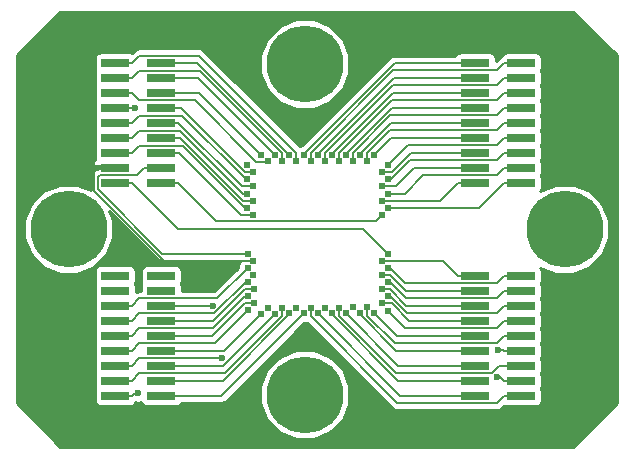
<source format=gbr>
G04 #@! TF.FileFunction,Copper,L1,Top,Signal*
%FSLAX46Y46*%
G04 Gerber Fmt 4.6, Leading zero omitted, Abs format (unit mm)*
G04 Created by KiCad (PCBNEW 4.0.5) date Monday, February 26, 2018 'PMt' 04:09:36 PM*
%MOMM*%
%LPD*%
G01*
G04 APERTURE LIST*
%ADD10C,0.100000*%
%ADD11R,2.400000X0.760000*%
%ADD12C,0.606000*%
%ADD13C,6.500000*%
%ADD14C,0.600000*%
%ADD15C,0.160000*%
%ADD16C,0.254000*%
G04 APERTURE END LIST*
D10*
D11*
X137840000Y-101080000D03*
X133940000Y-101080000D03*
X137840000Y-99810000D03*
X133940000Y-99810000D03*
X137840000Y-98540000D03*
X133940000Y-98540000D03*
X137840000Y-97270000D03*
X133940000Y-97270000D03*
X137840000Y-96000000D03*
X133940000Y-96000000D03*
X137840000Y-94730000D03*
X133940000Y-94730000D03*
X137840000Y-93460000D03*
X133940000Y-93460000D03*
X137840000Y-92190000D03*
X133940000Y-92190000D03*
X137840000Y-90920000D03*
X133940000Y-90920000D03*
X164420000Y-90920000D03*
X168320000Y-90920000D03*
X164420000Y-92190000D03*
X168320000Y-92190000D03*
X164420000Y-93460000D03*
X168320000Y-93460000D03*
X164420000Y-94730000D03*
X168320000Y-94730000D03*
X164420000Y-96000000D03*
X168320000Y-96000000D03*
X164420000Y-97270000D03*
X168320000Y-97270000D03*
X164420000Y-98540000D03*
X168320000Y-98540000D03*
X164420000Y-99810000D03*
X168320000Y-99810000D03*
X164420000Y-101080000D03*
X168320000Y-101080000D03*
D12*
X145640000Y-103780000D03*
X145140000Y-103180000D03*
X145640000Y-102580000D03*
X145140000Y-101980000D03*
X145630000Y-101380000D03*
X145130000Y-100780000D03*
X145630000Y-100180000D03*
X145130000Y-99580000D03*
X157050000Y-111880000D03*
X156550000Y-111280000D03*
X157050000Y-110680000D03*
X156550000Y-110080000D03*
X157040000Y-109480000D03*
X156540000Y-108880000D03*
X157040000Y-108280000D03*
X156540000Y-107680000D03*
X157030000Y-107080000D03*
X145176001Y-111878727D03*
X145666001Y-111278727D03*
X145166001Y-110678727D03*
X145666001Y-110078727D03*
X145166001Y-109478727D03*
X145656001Y-108878727D03*
X145156001Y-108278727D03*
X145656001Y-107678727D03*
X145156001Y-107078727D03*
X146300000Y-112140000D03*
X146900000Y-111640000D03*
X147500000Y-112140000D03*
X148100000Y-111640000D03*
X148700000Y-112130000D03*
X149300000Y-111630000D03*
X149900000Y-112130000D03*
X150500000Y-111630000D03*
X155900000Y-112110000D03*
X155300000Y-111620000D03*
X154700000Y-112120000D03*
X154100000Y-111620000D03*
X153500000Y-112120000D03*
X152900000Y-111630000D03*
X152300000Y-112130000D03*
X151700000Y-111630000D03*
X151100000Y-112130000D03*
X155900000Y-98710000D03*
X155300000Y-99210000D03*
X154700000Y-98710000D03*
X154100000Y-99210000D03*
X153500000Y-98720000D03*
X152900000Y-99220000D03*
X152300000Y-98720000D03*
X151700000Y-99220000D03*
X151100000Y-98720000D03*
X150500000Y-99220000D03*
X149900000Y-98720000D03*
X149300000Y-99220000D03*
X148700000Y-98730000D03*
X148100000Y-99230000D03*
X147500000Y-98730000D03*
X146900000Y-99230000D03*
X146300000Y-98740000D03*
X157050000Y-99580000D03*
X156560000Y-100180000D03*
X157060000Y-100780000D03*
X156560000Y-101380000D03*
X157060000Y-101980000D03*
X156570000Y-102580000D03*
X157070000Y-103180000D03*
X156570000Y-103780000D03*
D11*
X164420000Y-108920000D03*
X168320000Y-108920000D03*
X164420000Y-110190000D03*
X168320000Y-110190000D03*
X164420000Y-111460000D03*
X168320000Y-111460000D03*
X164420000Y-112730000D03*
X168320000Y-112730000D03*
X164420000Y-114000000D03*
X168320000Y-114000000D03*
X164420000Y-115270000D03*
X168320000Y-115270000D03*
X164420000Y-116540000D03*
X168320000Y-116540000D03*
X164420000Y-117810000D03*
X168320000Y-117810000D03*
X164420000Y-119080000D03*
X168320000Y-119080000D03*
X137840000Y-119080000D03*
X133940000Y-119080000D03*
X137840000Y-117810000D03*
X133940000Y-117810000D03*
X137840000Y-116540000D03*
X133940000Y-116540000D03*
X137840000Y-115270000D03*
X133940000Y-115270000D03*
X137840000Y-114000000D03*
X133940000Y-114000000D03*
X137840000Y-112730000D03*
X133940000Y-112730000D03*
X137840000Y-111460000D03*
X133940000Y-111460000D03*
X137840000Y-110190000D03*
X133940000Y-110190000D03*
X137840000Y-108920000D03*
X133940000Y-108920000D03*
D13*
X150000000Y-91000000D03*
X150000000Y-119000000D03*
X172000000Y-105000000D03*
X130000000Y-105000000D03*
D14*
X134000000Y-106000000D03*
X136000000Y-107000000D03*
X141000000Y-109000000D03*
X143000000Y-108000000D03*
X126000000Y-109000000D03*
X128000000Y-109000000D03*
X131000000Y-109000000D03*
X131000000Y-111000000D03*
X129000000Y-111000000D03*
X127000000Y-111000000D03*
X127000000Y-113000000D03*
X129000000Y-113000000D03*
X131000000Y-113000000D03*
X131000000Y-115000000D03*
X129000000Y-115000000D03*
X127000000Y-115000000D03*
X127000000Y-117000000D03*
X129000000Y-117000000D03*
X131000000Y-117000000D03*
X131000000Y-119000000D03*
X129000000Y-119000000D03*
X127000000Y-119000000D03*
X129000000Y-121000000D03*
X131000000Y-123000000D03*
X131000000Y-121000000D03*
X133000000Y-121000000D03*
X133000000Y-123000000D03*
X135000000Y-123000000D03*
X135000000Y-121000000D03*
X137000000Y-121000000D03*
X137000000Y-123000000D03*
X139000000Y-123000000D03*
X139000000Y-121000000D03*
X141000000Y-121000000D03*
X141000000Y-123000000D03*
X143000000Y-123000000D03*
X143000000Y-121000000D03*
X145000000Y-121000000D03*
X145000000Y-123000000D03*
X147000000Y-123000000D03*
X149000000Y-123000000D03*
X151000000Y-123000000D03*
X156000000Y-120000000D03*
X154000000Y-122000000D03*
X156000000Y-122000000D03*
X158000000Y-122000000D03*
X160000000Y-122000000D03*
X162000000Y-122000000D03*
X164000000Y-122000000D03*
X166000000Y-122000000D03*
X168000000Y-122000000D03*
X170000000Y-122000000D03*
X172000000Y-122000000D03*
X174000000Y-120000000D03*
X172000000Y-120000000D03*
X172000000Y-118000000D03*
X174000000Y-118000000D03*
X174000000Y-116000000D03*
X172000000Y-116000000D03*
X172000000Y-114000000D03*
X174000000Y-114000000D03*
X174000000Y-112000000D03*
X172000000Y-112000000D03*
X172000000Y-110000000D03*
X174000000Y-110000000D03*
X176000000Y-108000000D03*
X176000000Y-106000000D03*
X176000000Y-104000000D03*
X176000000Y-102000000D03*
X175000000Y-100000000D03*
X173000000Y-100000000D03*
X171000000Y-100000000D03*
X171000000Y-98000000D03*
X173000000Y-98000000D03*
X175000000Y-98000000D03*
X175000000Y-96000000D03*
X173000000Y-96000000D03*
X171000000Y-96000000D03*
X171000000Y-94000000D03*
X173000000Y-94000000D03*
X175000000Y-94000000D03*
X175000000Y-92000000D03*
X173000000Y-92000000D03*
X171000000Y-92000000D03*
X171000000Y-90000000D03*
X173000000Y-90000000D03*
X173000000Y-88000000D03*
X171000000Y-88000000D03*
X169000000Y-88000000D03*
X167000000Y-88000000D03*
X165000000Y-88000000D03*
X163000000Y-88000000D03*
X161000000Y-88000000D03*
X159000000Y-88000000D03*
X157000000Y-90000000D03*
X157000000Y-88000000D03*
X155000000Y-88000000D03*
X155000000Y-90000000D03*
X155000000Y-92000000D03*
X153000000Y-94000000D03*
X151000000Y-96000000D03*
X149000000Y-96000000D03*
X147000000Y-94000000D03*
X145000000Y-92000000D03*
X145000000Y-90000000D03*
X145000000Y-88000000D03*
X143000000Y-88000000D03*
X141000000Y-88000000D03*
X139000000Y-88000000D03*
X137000000Y-88000000D03*
X135000000Y-88000000D03*
X133000000Y-88000000D03*
X131000000Y-88000000D03*
X129000000Y-90000000D03*
X131000000Y-90000000D03*
X131000000Y-92000000D03*
X129000000Y-92000000D03*
X127000000Y-92000000D03*
X127000000Y-94000000D03*
X129000000Y-94000000D03*
X131000000Y-94000000D03*
X131000000Y-96000000D03*
X129000000Y-96000000D03*
X127000000Y-96000000D03*
X127000000Y-98000000D03*
X127000000Y-100000000D03*
X129000000Y-100000000D03*
X129000000Y-98000000D03*
X131000000Y-98000000D03*
X131000000Y-100000000D03*
X135605600Y-94730000D03*
X166370000Y-115260700D03*
X166296500Y-117478800D03*
X135890000Y-118841500D03*
X142953100Y-115919700D03*
X142239400Y-111460000D03*
D15*
X136000000Y-107000000D02*
X135000000Y-106000000D01*
X135000000Y-106000000D02*
X134000000Y-106000000D01*
X143000000Y-108000000D02*
X142000000Y-109000000D01*
X142000000Y-109000000D02*
X141000000Y-109000000D01*
X131000000Y-109000000D02*
X128000000Y-109000000D01*
X129000000Y-111000000D02*
X131000000Y-111000000D01*
X127000000Y-113000000D02*
X127000000Y-111000000D01*
X131000000Y-113000000D02*
X129000000Y-113000000D01*
X129000000Y-115000000D02*
X131000000Y-115000000D01*
X127000000Y-117000000D02*
X127000000Y-115000000D01*
X131000000Y-117000000D02*
X129000000Y-117000000D01*
X129000000Y-119000000D02*
X131000000Y-119000000D01*
X129000000Y-121000000D02*
X127000000Y-119000000D01*
X131000000Y-121000000D02*
X131000000Y-123000000D01*
X133000000Y-123000000D02*
X133000000Y-121000000D01*
X135000000Y-121000000D02*
X135000000Y-123000000D01*
X137000000Y-123000000D02*
X137000000Y-121000000D01*
X139000000Y-121000000D02*
X139000000Y-123000000D01*
X141000000Y-123000000D02*
X141000000Y-121000000D01*
X143000000Y-121000000D02*
X143000000Y-123000000D01*
X145000000Y-123000000D02*
X145000000Y-121000000D01*
X149000000Y-123000000D02*
X147000000Y-123000000D01*
X156000000Y-120000000D02*
X153000000Y-123000000D01*
X153000000Y-123000000D02*
X151000000Y-123000000D01*
X156000000Y-122000000D02*
X154000000Y-122000000D01*
X160000000Y-122000000D02*
X158000000Y-122000000D01*
X164000000Y-122000000D02*
X162000000Y-122000000D01*
X168000000Y-122000000D02*
X166000000Y-122000000D01*
X172000000Y-122000000D02*
X170000000Y-122000000D01*
X172000000Y-120000000D02*
X174000000Y-120000000D01*
X174000000Y-118000000D02*
X172000000Y-118000000D01*
X172000000Y-116000000D02*
X174000000Y-116000000D01*
X174000000Y-114000000D02*
X172000000Y-114000000D01*
X172000000Y-112000000D02*
X174000000Y-112000000D01*
X174000000Y-110000000D02*
X172000000Y-110000000D01*
X176000000Y-106000000D02*
X176000000Y-108000000D01*
X176000000Y-102000000D02*
X176000000Y-104000000D01*
X173000000Y-100000000D02*
X175000000Y-100000000D01*
X171000000Y-98000000D02*
X171000000Y-100000000D01*
X175000000Y-98000000D02*
X173000000Y-98000000D01*
X173000000Y-96000000D02*
X175000000Y-96000000D01*
X171000000Y-94000000D02*
X171000000Y-96000000D01*
X175000000Y-94000000D02*
X173000000Y-94000000D01*
X173000000Y-92000000D02*
X175000000Y-92000000D01*
X171000000Y-90000000D02*
X171000000Y-92000000D01*
X173000000Y-88000000D02*
X173000000Y-90000000D01*
X169000000Y-88000000D02*
X171000000Y-88000000D01*
X165000000Y-88000000D02*
X167000000Y-88000000D01*
X161000000Y-88000000D02*
X163000000Y-88000000D01*
X157000000Y-90000000D02*
X159000000Y-88000000D01*
X155000000Y-88000000D02*
X157000000Y-88000000D01*
X155000000Y-92000000D02*
X155000000Y-90000000D01*
X151000000Y-96000000D02*
X153000000Y-94000000D01*
X147000000Y-94000000D02*
X149000000Y-96000000D01*
X145000000Y-90000000D02*
X145000000Y-92000000D01*
X143000000Y-88000000D02*
X145000000Y-88000000D01*
X139000000Y-88000000D02*
X141000000Y-88000000D01*
X135000000Y-88000000D02*
X137000000Y-88000000D01*
X131000000Y-88000000D02*
X133000000Y-88000000D01*
X131000000Y-90000000D02*
X129000000Y-90000000D01*
X129000000Y-92000000D02*
X131000000Y-92000000D01*
X127000000Y-94000000D02*
X127000000Y-92000000D01*
X131000000Y-94000000D02*
X129000000Y-94000000D01*
X129000000Y-96000000D02*
X131000000Y-96000000D01*
X127000000Y-98000000D02*
X127000000Y-96000000D01*
X129000000Y-100000000D02*
X127000000Y-100000000D01*
X131000000Y-98000000D02*
X129000000Y-98000000D01*
X133940000Y-99810000D02*
X131190000Y-99810000D01*
X131190000Y-99810000D02*
X131000000Y-100000000D01*
X133940000Y-99810000D02*
X132499700Y-99810000D01*
X138098100Y-107678700D02*
X145656000Y-107678700D01*
X132179400Y-101760000D02*
X138098100Y-107678700D01*
X132179400Y-100130300D02*
X132179400Y-101760000D01*
X132499700Y-99810000D02*
X132179400Y-100130300D01*
X142526100Y-104325800D02*
X139280300Y-101080000D01*
X156024200Y-104325800D02*
X142526100Y-104325800D01*
X156570000Y-103780000D02*
X156024200Y-104325800D01*
X137840000Y-101080000D02*
X139280300Y-101080000D01*
X133940000Y-101080000D02*
X135380300Y-101080000D01*
X139279500Y-104979200D02*
X135380300Y-101080000D01*
X154929200Y-104979200D02*
X139279500Y-104979200D01*
X157030000Y-107080000D02*
X154929200Y-104979200D01*
X137951000Y-107078700D02*
X145156000Y-107078700D01*
X132499700Y-101627400D02*
X137951000Y-107078700D01*
X132499700Y-100592800D02*
X132499700Y-101627400D01*
X132662200Y-100430300D02*
X132499700Y-100592800D01*
X135779400Y-100430300D02*
X132662200Y-100430300D01*
X136399700Y-99810000D02*
X135779400Y-100430300D01*
X137840000Y-99810000D02*
X136399700Y-99810000D01*
X139349400Y-98540000D02*
X137840000Y-98540000D01*
X144589400Y-103780000D02*
X139349400Y-98540000D01*
X145640000Y-103780000D02*
X144589400Y-103780000D01*
X136000600Y-97919700D02*
X135380300Y-98540000D01*
X139674000Y-97919700D02*
X136000600Y-97919700D01*
X144934300Y-103180000D02*
X139674000Y-97919700D01*
X145140000Y-103180000D02*
X144934300Y-103180000D01*
X133940000Y-98540000D02*
X135380300Y-98540000D01*
X139477400Y-97270000D02*
X137840000Y-97270000D01*
X144787400Y-102580000D02*
X139477400Y-97270000D01*
X145640000Y-102580000D02*
X144787400Y-102580000D01*
X136000600Y-96649700D02*
X135380300Y-97270000D01*
X139476900Y-96649700D02*
X136000600Y-96649700D01*
X144807200Y-101980000D02*
X139476900Y-96649700D01*
X145140000Y-101980000D02*
X144807200Y-101980000D01*
X133940000Y-97270000D02*
X135380300Y-97270000D01*
X144660300Y-101380000D02*
X139280300Y-96000000D01*
X145630000Y-101380000D02*
X144660300Y-101380000D01*
X137840000Y-96000000D02*
X139280300Y-96000000D01*
X133940000Y-96000000D02*
X135380300Y-96000000D01*
X144994500Y-100780000D02*
X145130000Y-100780000D01*
X139594200Y-95379700D02*
X144994500Y-100780000D01*
X136000600Y-95379700D02*
X139594200Y-95379700D01*
X135380300Y-96000000D02*
X136000600Y-95379700D01*
X139484600Y-94730000D02*
X137840000Y-94730000D01*
X144934600Y-100180000D02*
X139484600Y-94730000D01*
X145630000Y-100180000D02*
X144934600Y-100180000D01*
X133940000Y-94730000D02*
X135380300Y-94730000D01*
X135380300Y-94730000D02*
X135605600Y-94730000D01*
X141020000Y-93460000D02*
X146300000Y-98740000D01*
X137840000Y-93460000D02*
X141020000Y-93460000D01*
X136000600Y-94080300D02*
X135380300Y-93460000D01*
X140683900Y-94080300D02*
X136000600Y-94080300D01*
X145891800Y-99288200D02*
X140683900Y-94080300D01*
X146841800Y-99288200D02*
X145891800Y-99288200D01*
X146900000Y-99230000D02*
X146841800Y-99288200D01*
X133940000Y-93460000D02*
X135380300Y-93460000D01*
X140960000Y-92190000D02*
X147500000Y-98730000D01*
X137840000Y-92190000D02*
X140960000Y-92190000D01*
X136000600Y-91569700D02*
X135380300Y-92190000D01*
X141113500Y-91569700D02*
X136000600Y-91569700D01*
X148100000Y-98556200D02*
X141113500Y-91569700D01*
X148100000Y-99230000D02*
X148100000Y-98556200D01*
X133940000Y-92190000D02*
X135380300Y-92190000D01*
X140917000Y-90920000D02*
X137840000Y-90920000D01*
X148700000Y-98703000D02*
X140917000Y-90920000D01*
X148700000Y-98730000D02*
X148700000Y-98703000D01*
X136000600Y-90299700D02*
X135380300Y-90920000D01*
X141055900Y-90299700D02*
X136000600Y-90299700D01*
X149300000Y-98543800D02*
X141055900Y-90299700D01*
X149300000Y-99220000D02*
X149300000Y-98543800D01*
X133940000Y-90920000D02*
X135380300Y-90920000D01*
X157600500Y-90920000D02*
X164420000Y-90920000D01*
X149900000Y-98620500D02*
X157600500Y-90920000D01*
X149900000Y-98720000D02*
X149900000Y-98620500D01*
X150500000Y-98550800D02*
X150500000Y-99220000D01*
X157510500Y-91540300D02*
X150500000Y-98550800D01*
X166259400Y-91540300D02*
X157510500Y-91540300D01*
X166879700Y-90920000D02*
X166259400Y-91540300D01*
X168320000Y-90920000D02*
X166879700Y-90920000D01*
X157551000Y-92190000D02*
X164420000Y-92190000D01*
X151100000Y-98641000D02*
X157551000Y-92190000D01*
X151100000Y-98720000D02*
X151100000Y-98641000D01*
X151700000Y-98550800D02*
X151700000Y-99220000D01*
X157440500Y-92810300D02*
X151700000Y-98550800D01*
X166259400Y-92810300D02*
X157440500Y-92810300D01*
X166879700Y-92190000D02*
X166259400Y-92810300D01*
X168320000Y-92190000D02*
X166879700Y-92190000D01*
X157481000Y-93460000D02*
X164420000Y-93460000D01*
X152300000Y-98641000D02*
X157481000Y-93460000D01*
X152300000Y-98720000D02*
X152300000Y-98641000D01*
X152900000Y-98550800D02*
X152900000Y-99220000D01*
X157370500Y-94080300D02*
X152900000Y-98550800D01*
X166259400Y-94080300D02*
X157370500Y-94080300D01*
X166879700Y-93460000D02*
X166259400Y-94080300D01*
X168320000Y-93460000D02*
X166879700Y-93460000D01*
X157411000Y-94730000D02*
X164420000Y-94730000D01*
X153500000Y-98641000D02*
X157411000Y-94730000D01*
X153500000Y-98720000D02*
X153500000Y-98641000D01*
X168320000Y-94730000D02*
X166879700Y-94730000D01*
X154100000Y-98504900D02*
X154100000Y-99210000D01*
X157254600Y-95350300D02*
X154100000Y-98504900D01*
X166259400Y-95350300D02*
X157254600Y-95350300D01*
X166879700Y-94730000D02*
X166259400Y-95350300D01*
X157323200Y-96000000D02*
X164420000Y-96000000D01*
X154700000Y-98623200D02*
X157323200Y-96000000D01*
X154700000Y-98710000D02*
X154700000Y-98623200D01*
X155300000Y-98540800D02*
X155300000Y-99210000D01*
X157220500Y-96620300D02*
X155300000Y-98540800D01*
X166259400Y-96620300D02*
X157220500Y-96620300D01*
X166879700Y-96000000D02*
X166259400Y-96620300D01*
X168320000Y-96000000D02*
X166879700Y-96000000D01*
X157340000Y-97270000D02*
X164420000Y-97270000D01*
X155900000Y-98710000D02*
X157340000Y-97270000D01*
X168320000Y-97270000D02*
X166879700Y-97270000D01*
X166259400Y-97890300D02*
X166879700Y-97270000D01*
X158739700Y-97890300D02*
X166259400Y-97890300D01*
X157050000Y-99580000D02*
X158739700Y-97890300D01*
X158995800Y-98540000D02*
X164420000Y-98540000D01*
X157355800Y-100180000D02*
X158995800Y-98540000D01*
X156560000Y-100180000D02*
X157355800Y-100180000D01*
X166259400Y-99160300D02*
X166879700Y-98540000D01*
X158940100Y-99160300D02*
X166259400Y-99160300D01*
X157320400Y-100780000D02*
X158940100Y-99160300D01*
X157060000Y-100780000D02*
X157320400Y-100780000D01*
X168320000Y-98540000D02*
X166879700Y-98540000D01*
X159270400Y-99810000D02*
X164420000Y-99810000D01*
X157700400Y-101380000D02*
X159270400Y-99810000D01*
X156560000Y-101380000D02*
X157700400Y-101380000D01*
X168320000Y-99810000D02*
X166879700Y-99810000D01*
X158466800Y-101980000D02*
X157060000Y-101980000D01*
X160016500Y-100430300D02*
X158466800Y-101980000D01*
X166259400Y-100430300D02*
X160016500Y-100430300D01*
X166879700Y-99810000D02*
X166259400Y-100430300D01*
X161479700Y-102580000D02*
X162979700Y-101080000D01*
X156570000Y-102580000D02*
X161479700Y-102580000D01*
X164420000Y-101080000D02*
X162979700Y-101080000D01*
X164779700Y-103180000D02*
X166879700Y-101080000D01*
X157070000Y-103180000D02*
X164779700Y-103180000D01*
X168320000Y-101080000D02*
X166879700Y-101080000D01*
X161739700Y-107680000D02*
X162979700Y-108920000D01*
X156540000Y-107680000D02*
X161739700Y-107680000D01*
X164420000Y-108920000D02*
X162979700Y-108920000D01*
X168320000Y-108920000D02*
X166879700Y-108920000D01*
X157227800Y-108280000D02*
X157040000Y-108280000D01*
X158488100Y-109540300D02*
X157227800Y-108280000D01*
X166259400Y-109540300D02*
X158488100Y-109540300D01*
X166879700Y-108920000D02*
X166259400Y-109540300D01*
X157235400Y-108880000D02*
X156540000Y-108880000D01*
X158545400Y-110190000D02*
X157235400Y-108880000D01*
X164420000Y-110190000D02*
X158545400Y-110190000D01*
X166259400Y-110810300D02*
X166879700Y-110190000D01*
X158564400Y-110810300D02*
X166259400Y-110810300D01*
X157234100Y-109480000D02*
X158564400Y-110810300D01*
X157040000Y-109480000D02*
X157234100Y-109480000D01*
X168320000Y-110190000D02*
X166879700Y-110190000D01*
X157232800Y-110080000D02*
X156550000Y-110080000D01*
X158612800Y-111460000D02*
X157232800Y-110080000D01*
X164420000Y-111460000D02*
X158612800Y-111460000D01*
X168320000Y-111460000D02*
X166879700Y-111460000D01*
X157239100Y-110680000D02*
X157050000Y-110680000D01*
X158639400Y-112080300D02*
X157239100Y-110680000D01*
X166259400Y-112080300D02*
X158639400Y-112080300D01*
X166879700Y-111460000D02*
X166259400Y-112080300D01*
X158836000Y-112730000D02*
X164420000Y-112730000D01*
X157386000Y-111280000D02*
X158836000Y-112730000D01*
X156550000Y-111280000D02*
X157386000Y-111280000D01*
X166259400Y-113350300D02*
X166879700Y-112730000D01*
X158520300Y-113350300D02*
X166259400Y-113350300D01*
X157050000Y-111880000D02*
X158520300Y-113350300D01*
X168320000Y-112730000D02*
X166879700Y-112730000D01*
X164420000Y-114000000D02*
X162979700Y-114000000D01*
X157790000Y-114000000D02*
X155900000Y-112110000D01*
X162979700Y-114000000D02*
X157790000Y-114000000D01*
X168320000Y-114000000D02*
X166879700Y-114000000D01*
X155300000Y-112305000D02*
X155300000Y-111620000D01*
X157615400Y-114620400D02*
X155300000Y-112305000D01*
X166259300Y-114620400D02*
X157615400Y-114620400D01*
X166879700Y-114000000D02*
X166259300Y-114620400D01*
X154700000Y-112203900D02*
X154700000Y-112120000D01*
X157766100Y-115270000D02*
X154700000Y-112203900D01*
X164420000Y-115270000D02*
X157766100Y-115270000D01*
X166870400Y-115260700D02*
X166879700Y-115270000D01*
X166370000Y-115260700D02*
X166870400Y-115260700D01*
X168320000Y-115270000D02*
X166879700Y-115270000D01*
X157920000Y-116540000D02*
X164420000Y-116540000D01*
X153500000Y-112120000D02*
X157920000Y-116540000D01*
X168320000Y-116540000D02*
X166879700Y-116540000D01*
X152900000Y-112343000D02*
X152900000Y-111630000D01*
X157717300Y-117160300D02*
X152900000Y-112343000D01*
X165850500Y-117160300D02*
X157717300Y-117160300D01*
X166470800Y-116540000D02*
X165850500Y-117160300D01*
X166879700Y-116540000D02*
X166470800Y-116540000D01*
X157909100Y-117810000D02*
X164420000Y-117810000D01*
X152300000Y-112200900D02*
X157909100Y-117810000D01*
X152300000Y-112130000D02*
X152300000Y-112200900D01*
X168320000Y-117810000D02*
X166879700Y-117810000D01*
X166548500Y-117478800D02*
X166296500Y-117478800D01*
X166879700Y-117810000D02*
X166548500Y-117478800D01*
X158050000Y-119080000D02*
X164420000Y-119080000D01*
X151100000Y-112130000D02*
X158050000Y-119080000D01*
X166259400Y-119700300D02*
X166879700Y-119080000D01*
X157846200Y-119700300D02*
X166259400Y-119700300D01*
X150500000Y-112354100D02*
X157846200Y-119700300D01*
X150500000Y-111630000D02*
X150500000Y-112354100D01*
X168320000Y-119080000D02*
X166879700Y-119080000D01*
X142950000Y-119080000D02*
X137840000Y-119080000D01*
X149900000Y-112130000D02*
X142950000Y-119080000D01*
X135618800Y-118841500D02*
X135380300Y-119080000D01*
X135890000Y-118841500D02*
X135618800Y-118841500D01*
X133940000Y-119080000D02*
X135380300Y-119080000D01*
X143089800Y-117810000D02*
X137840000Y-117810000D01*
X148700000Y-112199800D02*
X143089800Y-117810000D01*
X148700000Y-112130000D02*
X148700000Y-112199800D01*
X133940000Y-117810000D02*
X135380300Y-117810000D01*
X136000600Y-117189700D02*
X135380300Y-117810000D01*
X143257000Y-117189700D02*
X136000600Y-117189700D01*
X148100000Y-112346700D02*
X143257000Y-117189700D01*
X148100000Y-111640000D02*
X148100000Y-112346700D01*
X143100000Y-116540000D02*
X137840000Y-116540000D01*
X147500000Y-112140000D02*
X143100000Y-116540000D01*
X133940000Y-116540000D02*
X135380300Y-116540000D01*
X136000600Y-115919700D02*
X142953100Y-115919700D01*
X135380300Y-116540000D02*
X136000600Y-115919700D01*
X143170000Y-115270000D02*
X137840000Y-115270000D01*
X146300000Y-112140000D02*
X143170000Y-115270000D01*
X136000600Y-114649700D02*
X135380300Y-115270000D01*
X142405000Y-114649700D02*
X136000600Y-114649700D01*
X145176000Y-111878700D02*
X142405000Y-114649700D01*
X133940000Y-115270000D02*
X135380300Y-115270000D01*
X144905600Y-111278700D02*
X145666000Y-111278700D01*
X142184300Y-114000000D02*
X144905600Y-111278700D01*
X137840000Y-114000000D02*
X142184300Y-114000000D01*
X136000600Y-113379700D02*
X135380300Y-114000000D01*
X142210700Y-113379700D02*
X136000600Y-113379700D01*
X144911700Y-110678700D02*
X142210700Y-113379700D01*
X145166000Y-110678700D02*
X144911700Y-110678700D01*
X133940000Y-114000000D02*
X135380300Y-114000000D01*
X142266500Y-112730000D02*
X137840000Y-112730000D01*
X144917800Y-110078700D02*
X142266500Y-112730000D01*
X145666000Y-110078700D02*
X144917800Y-110078700D01*
X133940000Y-112730000D02*
X135380300Y-112730000D01*
X136000600Y-112109700D02*
X135380300Y-112730000D01*
X142354000Y-112109700D02*
X136000600Y-112109700D01*
X144985000Y-109478700D02*
X142354000Y-112109700D01*
X145166000Y-109478700D02*
X144985000Y-109478700D01*
X137840000Y-111460000D02*
X139280300Y-111460000D01*
X142239400Y-111460000D02*
X139280300Y-111460000D01*
X136000600Y-110839700D02*
X135380300Y-111460000D01*
X142595000Y-110839700D02*
X136000600Y-110839700D01*
X145156000Y-108278700D02*
X142595000Y-110839700D01*
X133940000Y-111460000D02*
X135380300Y-111460000D01*
D16*
G36*
X176398000Y-90249356D02*
X176398000Y-119750644D01*
X172750644Y-123398000D01*
X129249356Y-123398000D01*
X125602000Y-119750644D01*
X125602000Y-105747996D01*
X126222346Y-105747996D01*
X126796148Y-107136704D01*
X127857708Y-108200118D01*
X129245412Y-108776343D01*
X130747996Y-108777654D01*
X132136704Y-108203852D01*
X133200118Y-107142292D01*
X133776343Y-105754588D01*
X133777654Y-104252004D01*
X133433881Y-103420009D01*
X137521786Y-107507914D01*
X137718711Y-107639495D01*
X137951000Y-107685700D01*
X144575241Y-107685700D01*
X144452771Y-107807956D01*
X144326145Y-108112905D01*
X144326025Y-108250247D01*
X142343572Y-110232700D01*
X139577324Y-110232700D01*
X139577324Y-109810000D01*
X139540577Y-109614706D01*
X139502854Y-109556082D01*
X139534990Y-109509049D01*
X139577324Y-109300000D01*
X139577324Y-108540000D01*
X139540577Y-108344706D01*
X139425158Y-108165340D01*
X139249049Y-108045010D01*
X139040000Y-108002676D01*
X136640000Y-108002676D01*
X136444706Y-108039423D01*
X136265340Y-108154842D01*
X136145010Y-108330951D01*
X136102676Y-108540000D01*
X136102676Y-109300000D01*
X136139423Y-109495294D01*
X136177146Y-109553918D01*
X136145010Y-109600951D01*
X136102676Y-109810000D01*
X136102676Y-110232700D01*
X136000600Y-110232700D01*
X135768311Y-110278905D01*
X135677324Y-110339701D01*
X135677324Y-109810000D01*
X135640577Y-109614706D01*
X135602854Y-109556082D01*
X135634990Y-109509049D01*
X135677324Y-109300000D01*
X135677324Y-108540000D01*
X135640577Y-108344706D01*
X135525158Y-108165340D01*
X135349049Y-108045010D01*
X135140000Y-108002676D01*
X132740000Y-108002676D01*
X132544706Y-108039423D01*
X132365340Y-108154842D01*
X132245010Y-108330951D01*
X132202676Y-108540000D01*
X132202676Y-109300000D01*
X132239423Y-109495294D01*
X132277146Y-109553918D01*
X132245010Y-109600951D01*
X132202676Y-109810000D01*
X132202676Y-110570000D01*
X132239423Y-110765294D01*
X132277146Y-110823918D01*
X132245010Y-110870951D01*
X132202676Y-111080000D01*
X132202676Y-111840000D01*
X132239423Y-112035294D01*
X132277146Y-112093918D01*
X132245010Y-112140951D01*
X132202676Y-112350000D01*
X132202676Y-113110000D01*
X132239423Y-113305294D01*
X132277146Y-113363918D01*
X132245010Y-113410951D01*
X132202676Y-113620000D01*
X132202676Y-114380000D01*
X132239423Y-114575294D01*
X132277146Y-114633918D01*
X132245010Y-114680951D01*
X132202676Y-114890000D01*
X132202676Y-115650000D01*
X132239423Y-115845294D01*
X132277146Y-115903918D01*
X132245010Y-115950951D01*
X132202676Y-116160000D01*
X132202676Y-116920000D01*
X132239423Y-117115294D01*
X132277146Y-117173918D01*
X132245010Y-117220951D01*
X132202676Y-117430000D01*
X132202676Y-118190000D01*
X132239423Y-118385294D01*
X132277146Y-118443918D01*
X132245010Y-118490951D01*
X132202676Y-118700000D01*
X132202676Y-119460000D01*
X132239423Y-119655294D01*
X132354842Y-119834660D01*
X132530951Y-119954990D01*
X132740000Y-119997324D01*
X135140000Y-119997324D01*
X135335294Y-119960577D01*
X135514660Y-119845158D01*
X135634990Y-119669049D01*
X135642084Y-119634019D01*
X135724778Y-119668356D01*
X136053779Y-119668643D01*
X136135575Y-119634845D01*
X136139423Y-119655294D01*
X136254842Y-119834660D01*
X136430951Y-119954990D01*
X136640000Y-119997324D01*
X139040000Y-119997324D01*
X139235294Y-119960577D01*
X139414660Y-119845158D01*
X139481048Y-119747996D01*
X146222346Y-119747996D01*
X146796148Y-121136704D01*
X147857708Y-122200118D01*
X149245412Y-122776343D01*
X150747996Y-122777654D01*
X152136704Y-122203852D01*
X153200118Y-121142292D01*
X153776343Y-119754588D01*
X153777654Y-118252004D01*
X153203852Y-116863296D01*
X152142292Y-115799882D01*
X150754588Y-115223657D01*
X149252004Y-115222346D01*
X147863296Y-115796148D01*
X146799882Y-116857708D01*
X146223657Y-118245412D01*
X146222346Y-119747996D01*
X139481048Y-119747996D01*
X139522725Y-119687000D01*
X142950000Y-119687000D01*
X143182289Y-119640795D01*
X143379214Y-119509214D01*
X149928403Y-112960025D01*
X150064373Y-112960144D01*
X150194039Y-112906567D01*
X157416986Y-120129514D01*
X157613911Y-120261095D01*
X157846200Y-120307300D01*
X166259400Y-120307300D01*
X166491689Y-120261095D01*
X166688614Y-120129514D01*
X166882546Y-119935582D01*
X166910951Y-119954990D01*
X167120000Y-119997324D01*
X169520000Y-119997324D01*
X169715294Y-119960577D01*
X169894660Y-119845158D01*
X170014990Y-119669049D01*
X170057324Y-119460000D01*
X170057324Y-118700000D01*
X170020577Y-118504706D01*
X169982854Y-118446082D01*
X170014990Y-118399049D01*
X170057324Y-118190000D01*
X170057324Y-117430000D01*
X170020577Y-117234706D01*
X169982854Y-117176082D01*
X170014990Y-117129049D01*
X170057324Y-116920000D01*
X170057324Y-116160000D01*
X170020577Y-115964706D01*
X169982854Y-115906082D01*
X170014990Y-115859049D01*
X170057324Y-115650000D01*
X170057324Y-114890000D01*
X170020577Y-114694706D01*
X169982854Y-114636082D01*
X170014990Y-114589049D01*
X170057324Y-114380000D01*
X170057324Y-113620000D01*
X170020577Y-113424706D01*
X169982854Y-113366082D01*
X170014990Y-113319049D01*
X170057324Y-113110000D01*
X170057324Y-112350000D01*
X170020577Y-112154706D01*
X169982854Y-112096082D01*
X170014990Y-112049049D01*
X170057324Y-111840000D01*
X170057324Y-111080000D01*
X170020577Y-110884706D01*
X169982854Y-110826082D01*
X170014990Y-110779049D01*
X170057324Y-110570000D01*
X170057324Y-109810000D01*
X170020577Y-109614706D01*
X169982854Y-109556082D01*
X170014990Y-109509049D01*
X170057324Y-109300000D01*
X170057324Y-108540000D01*
X170020577Y-108344706D01*
X169952998Y-108239686D01*
X171245412Y-108776343D01*
X172747996Y-108777654D01*
X174136704Y-108203852D01*
X175200118Y-107142292D01*
X175776343Y-105754588D01*
X175777654Y-104252004D01*
X175203852Y-102863296D01*
X174142292Y-101799882D01*
X172754588Y-101223657D01*
X171252004Y-101222346D01*
X169953658Y-101758811D01*
X170014990Y-101669049D01*
X170057324Y-101460000D01*
X170057324Y-100700000D01*
X170020577Y-100504706D01*
X169982854Y-100446082D01*
X170014990Y-100399049D01*
X170057324Y-100190000D01*
X170057324Y-99430000D01*
X170020577Y-99234706D01*
X169982854Y-99176082D01*
X170014990Y-99129049D01*
X170057324Y-98920000D01*
X170057324Y-98160000D01*
X170020577Y-97964706D01*
X169982854Y-97906082D01*
X170014990Y-97859049D01*
X170057324Y-97650000D01*
X170057324Y-96890000D01*
X170020577Y-96694706D01*
X169982854Y-96636082D01*
X170014990Y-96589049D01*
X170057324Y-96380000D01*
X170057324Y-95620000D01*
X170020577Y-95424706D01*
X169982854Y-95366082D01*
X170014990Y-95319049D01*
X170057324Y-95110000D01*
X170057324Y-94350000D01*
X170020577Y-94154706D01*
X169982854Y-94096082D01*
X170014990Y-94049049D01*
X170057324Y-93840000D01*
X170057324Y-93080000D01*
X170020577Y-92884706D01*
X169982854Y-92826082D01*
X170014990Y-92779049D01*
X170057324Y-92570000D01*
X170057324Y-91810000D01*
X170020577Y-91614706D01*
X169982854Y-91556082D01*
X170014990Y-91509049D01*
X170057324Y-91300000D01*
X170057324Y-90540000D01*
X170020577Y-90344706D01*
X169905158Y-90165340D01*
X169729049Y-90045010D01*
X169520000Y-90002676D01*
X167120000Y-90002676D01*
X166924706Y-90039423D01*
X166745340Y-90154842D01*
X166625010Y-90330951D01*
X166614888Y-90380936D01*
X166450486Y-90490786D01*
X166157324Y-90783948D01*
X166157324Y-90540000D01*
X166120577Y-90344706D01*
X166005158Y-90165340D01*
X165829049Y-90045010D01*
X165620000Y-90002676D01*
X163220000Y-90002676D01*
X163024706Y-90039423D01*
X162845340Y-90154842D01*
X162737275Y-90313000D01*
X157600505Y-90313000D01*
X157600500Y-90312999D01*
X157406751Y-90351539D01*
X157368211Y-90359205D01*
X157171286Y-90490786D01*
X157171284Y-90490789D01*
X149772184Y-97889888D01*
X149735627Y-97889856D01*
X149572066Y-97957438D01*
X143362624Y-91747996D01*
X146222346Y-91747996D01*
X146796148Y-93136704D01*
X147857708Y-94200118D01*
X149245412Y-94776343D01*
X150747996Y-94777654D01*
X152136704Y-94203852D01*
X153200118Y-93142292D01*
X153776343Y-91754588D01*
X153777654Y-90252004D01*
X153203852Y-88863296D01*
X152142292Y-87799882D01*
X150754588Y-87223657D01*
X149252004Y-87222346D01*
X147863296Y-87796148D01*
X146799882Y-88857708D01*
X146223657Y-90245412D01*
X146222346Y-91747996D01*
X143362624Y-91747996D01*
X141485114Y-89870486D01*
X141288189Y-89738905D01*
X141055900Y-89692700D01*
X136000600Y-89692700D01*
X135768311Y-89738905D01*
X135571386Y-89870486D01*
X135377454Y-90064418D01*
X135349049Y-90045010D01*
X135140000Y-90002676D01*
X132740000Y-90002676D01*
X132544706Y-90039423D01*
X132365340Y-90154842D01*
X132245010Y-90330951D01*
X132202676Y-90540000D01*
X132202676Y-91300000D01*
X132239423Y-91495294D01*
X132277146Y-91553918D01*
X132245010Y-91600951D01*
X132202676Y-91810000D01*
X132202676Y-92570000D01*
X132239423Y-92765294D01*
X132277146Y-92823918D01*
X132245010Y-92870951D01*
X132202676Y-93080000D01*
X132202676Y-93840000D01*
X132239423Y-94035294D01*
X132277146Y-94093918D01*
X132245010Y-94140951D01*
X132202676Y-94350000D01*
X132202676Y-95110000D01*
X132239423Y-95305294D01*
X132277146Y-95363918D01*
X132245010Y-95410951D01*
X132202676Y-95620000D01*
X132202676Y-96380000D01*
X132239423Y-96575294D01*
X132277146Y-96633918D01*
X132245010Y-96680951D01*
X132202676Y-96890000D01*
X132202676Y-97650000D01*
X132239423Y-97845294D01*
X132277146Y-97903918D01*
X132245010Y-97950951D01*
X132202676Y-98160000D01*
X132202676Y-98920000D01*
X132226320Y-99045655D01*
X132201673Y-99070302D01*
X132105000Y-99303691D01*
X132105000Y-99524250D01*
X132263750Y-99683000D01*
X133813000Y-99683000D01*
X133813000Y-99663000D01*
X134067000Y-99663000D01*
X134067000Y-99683000D01*
X134087000Y-99683000D01*
X134087000Y-99823300D01*
X132662200Y-99823300D01*
X132429911Y-99869505D01*
X132328898Y-99937000D01*
X132263750Y-99937000D01*
X132105000Y-100095750D01*
X132105000Y-100129072D01*
X132070486Y-100163586D01*
X131938905Y-100360511D01*
X131892700Y-100592800D01*
X131892700Y-101627400D01*
X131907626Y-101702440D01*
X130754588Y-101223657D01*
X129252004Y-101222346D01*
X127863296Y-101796148D01*
X126799882Y-102857708D01*
X126223657Y-104245412D01*
X126222346Y-105747996D01*
X125602000Y-105747996D01*
X125602000Y-90249356D01*
X129249356Y-86602000D01*
X172750644Y-86602000D01*
X176398000Y-90249356D01*
X176398000Y-90249356D01*
G37*
X176398000Y-90249356D02*
X176398000Y-119750644D01*
X172750644Y-123398000D01*
X129249356Y-123398000D01*
X125602000Y-119750644D01*
X125602000Y-105747996D01*
X126222346Y-105747996D01*
X126796148Y-107136704D01*
X127857708Y-108200118D01*
X129245412Y-108776343D01*
X130747996Y-108777654D01*
X132136704Y-108203852D01*
X133200118Y-107142292D01*
X133776343Y-105754588D01*
X133777654Y-104252004D01*
X133433881Y-103420009D01*
X137521786Y-107507914D01*
X137718711Y-107639495D01*
X137951000Y-107685700D01*
X144575241Y-107685700D01*
X144452771Y-107807956D01*
X144326145Y-108112905D01*
X144326025Y-108250247D01*
X142343572Y-110232700D01*
X139577324Y-110232700D01*
X139577324Y-109810000D01*
X139540577Y-109614706D01*
X139502854Y-109556082D01*
X139534990Y-109509049D01*
X139577324Y-109300000D01*
X139577324Y-108540000D01*
X139540577Y-108344706D01*
X139425158Y-108165340D01*
X139249049Y-108045010D01*
X139040000Y-108002676D01*
X136640000Y-108002676D01*
X136444706Y-108039423D01*
X136265340Y-108154842D01*
X136145010Y-108330951D01*
X136102676Y-108540000D01*
X136102676Y-109300000D01*
X136139423Y-109495294D01*
X136177146Y-109553918D01*
X136145010Y-109600951D01*
X136102676Y-109810000D01*
X136102676Y-110232700D01*
X136000600Y-110232700D01*
X135768311Y-110278905D01*
X135677324Y-110339701D01*
X135677324Y-109810000D01*
X135640577Y-109614706D01*
X135602854Y-109556082D01*
X135634990Y-109509049D01*
X135677324Y-109300000D01*
X135677324Y-108540000D01*
X135640577Y-108344706D01*
X135525158Y-108165340D01*
X135349049Y-108045010D01*
X135140000Y-108002676D01*
X132740000Y-108002676D01*
X132544706Y-108039423D01*
X132365340Y-108154842D01*
X132245010Y-108330951D01*
X132202676Y-108540000D01*
X132202676Y-109300000D01*
X132239423Y-109495294D01*
X132277146Y-109553918D01*
X132245010Y-109600951D01*
X132202676Y-109810000D01*
X132202676Y-110570000D01*
X132239423Y-110765294D01*
X132277146Y-110823918D01*
X132245010Y-110870951D01*
X132202676Y-111080000D01*
X132202676Y-111840000D01*
X132239423Y-112035294D01*
X132277146Y-112093918D01*
X132245010Y-112140951D01*
X132202676Y-112350000D01*
X132202676Y-113110000D01*
X132239423Y-113305294D01*
X132277146Y-113363918D01*
X132245010Y-113410951D01*
X132202676Y-113620000D01*
X132202676Y-114380000D01*
X132239423Y-114575294D01*
X132277146Y-114633918D01*
X132245010Y-114680951D01*
X132202676Y-114890000D01*
X132202676Y-115650000D01*
X132239423Y-115845294D01*
X132277146Y-115903918D01*
X132245010Y-115950951D01*
X132202676Y-116160000D01*
X132202676Y-116920000D01*
X132239423Y-117115294D01*
X132277146Y-117173918D01*
X132245010Y-117220951D01*
X132202676Y-117430000D01*
X132202676Y-118190000D01*
X132239423Y-118385294D01*
X132277146Y-118443918D01*
X132245010Y-118490951D01*
X132202676Y-118700000D01*
X132202676Y-119460000D01*
X132239423Y-119655294D01*
X132354842Y-119834660D01*
X132530951Y-119954990D01*
X132740000Y-119997324D01*
X135140000Y-119997324D01*
X135335294Y-119960577D01*
X135514660Y-119845158D01*
X135634990Y-119669049D01*
X135642084Y-119634019D01*
X135724778Y-119668356D01*
X136053779Y-119668643D01*
X136135575Y-119634845D01*
X136139423Y-119655294D01*
X136254842Y-119834660D01*
X136430951Y-119954990D01*
X136640000Y-119997324D01*
X139040000Y-119997324D01*
X139235294Y-119960577D01*
X139414660Y-119845158D01*
X139481048Y-119747996D01*
X146222346Y-119747996D01*
X146796148Y-121136704D01*
X147857708Y-122200118D01*
X149245412Y-122776343D01*
X150747996Y-122777654D01*
X152136704Y-122203852D01*
X153200118Y-121142292D01*
X153776343Y-119754588D01*
X153777654Y-118252004D01*
X153203852Y-116863296D01*
X152142292Y-115799882D01*
X150754588Y-115223657D01*
X149252004Y-115222346D01*
X147863296Y-115796148D01*
X146799882Y-116857708D01*
X146223657Y-118245412D01*
X146222346Y-119747996D01*
X139481048Y-119747996D01*
X139522725Y-119687000D01*
X142950000Y-119687000D01*
X143182289Y-119640795D01*
X143379214Y-119509214D01*
X149928403Y-112960025D01*
X150064373Y-112960144D01*
X150194039Y-112906567D01*
X157416986Y-120129514D01*
X157613911Y-120261095D01*
X157846200Y-120307300D01*
X166259400Y-120307300D01*
X166491689Y-120261095D01*
X166688614Y-120129514D01*
X166882546Y-119935582D01*
X166910951Y-119954990D01*
X167120000Y-119997324D01*
X169520000Y-119997324D01*
X169715294Y-119960577D01*
X169894660Y-119845158D01*
X170014990Y-119669049D01*
X170057324Y-119460000D01*
X170057324Y-118700000D01*
X170020577Y-118504706D01*
X169982854Y-118446082D01*
X170014990Y-118399049D01*
X170057324Y-118190000D01*
X170057324Y-117430000D01*
X170020577Y-117234706D01*
X169982854Y-117176082D01*
X170014990Y-117129049D01*
X170057324Y-116920000D01*
X170057324Y-116160000D01*
X170020577Y-115964706D01*
X169982854Y-115906082D01*
X170014990Y-115859049D01*
X170057324Y-115650000D01*
X170057324Y-114890000D01*
X170020577Y-114694706D01*
X169982854Y-114636082D01*
X170014990Y-114589049D01*
X170057324Y-114380000D01*
X170057324Y-113620000D01*
X170020577Y-113424706D01*
X169982854Y-113366082D01*
X170014990Y-113319049D01*
X170057324Y-113110000D01*
X170057324Y-112350000D01*
X170020577Y-112154706D01*
X169982854Y-112096082D01*
X170014990Y-112049049D01*
X170057324Y-111840000D01*
X170057324Y-111080000D01*
X170020577Y-110884706D01*
X169982854Y-110826082D01*
X170014990Y-110779049D01*
X170057324Y-110570000D01*
X170057324Y-109810000D01*
X170020577Y-109614706D01*
X169982854Y-109556082D01*
X170014990Y-109509049D01*
X170057324Y-109300000D01*
X170057324Y-108540000D01*
X170020577Y-108344706D01*
X169952998Y-108239686D01*
X171245412Y-108776343D01*
X172747996Y-108777654D01*
X174136704Y-108203852D01*
X175200118Y-107142292D01*
X175776343Y-105754588D01*
X175777654Y-104252004D01*
X175203852Y-102863296D01*
X174142292Y-101799882D01*
X172754588Y-101223657D01*
X171252004Y-101222346D01*
X169953658Y-101758811D01*
X170014990Y-101669049D01*
X170057324Y-101460000D01*
X170057324Y-100700000D01*
X170020577Y-100504706D01*
X169982854Y-100446082D01*
X170014990Y-100399049D01*
X170057324Y-100190000D01*
X170057324Y-99430000D01*
X170020577Y-99234706D01*
X169982854Y-99176082D01*
X170014990Y-99129049D01*
X170057324Y-98920000D01*
X170057324Y-98160000D01*
X170020577Y-97964706D01*
X169982854Y-97906082D01*
X170014990Y-97859049D01*
X170057324Y-97650000D01*
X170057324Y-96890000D01*
X170020577Y-96694706D01*
X169982854Y-96636082D01*
X170014990Y-96589049D01*
X170057324Y-96380000D01*
X170057324Y-95620000D01*
X170020577Y-95424706D01*
X169982854Y-95366082D01*
X170014990Y-95319049D01*
X170057324Y-95110000D01*
X170057324Y-94350000D01*
X170020577Y-94154706D01*
X169982854Y-94096082D01*
X170014990Y-94049049D01*
X170057324Y-93840000D01*
X170057324Y-93080000D01*
X170020577Y-92884706D01*
X169982854Y-92826082D01*
X170014990Y-92779049D01*
X170057324Y-92570000D01*
X170057324Y-91810000D01*
X170020577Y-91614706D01*
X169982854Y-91556082D01*
X170014990Y-91509049D01*
X170057324Y-91300000D01*
X170057324Y-90540000D01*
X170020577Y-90344706D01*
X169905158Y-90165340D01*
X169729049Y-90045010D01*
X169520000Y-90002676D01*
X167120000Y-90002676D01*
X166924706Y-90039423D01*
X166745340Y-90154842D01*
X166625010Y-90330951D01*
X166614888Y-90380936D01*
X166450486Y-90490786D01*
X166157324Y-90783948D01*
X166157324Y-90540000D01*
X166120577Y-90344706D01*
X166005158Y-90165340D01*
X165829049Y-90045010D01*
X165620000Y-90002676D01*
X163220000Y-90002676D01*
X163024706Y-90039423D01*
X162845340Y-90154842D01*
X162737275Y-90313000D01*
X157600505Y-90313000D01*
X157600500Y-90312999D01*
X157406751Y-90351539D01*
X157368211Y-90359205D01*
X157171286Y-90490786D01*
X157171284Y-90490789D01*
X149772184Y-97889888D01*
X149735627Y-97889856D01*
X149572066Y-97957438D01*
X143362624Y-91747996D01*
X146222346Y-91747996D01*
X146796148Y-93136704D01*
X147857708Y-94200118D01*
X149245412Y-94776343D01*
X150747996Y-94777654D01*
X152136704Y-94203852D01*
X153200118Y-93142292D01*
X153776343Y-91754588D01*
X153777654Y-90252004D01*
X153203852Y-88863296D01*
X152142292Y-87799882D01*
X150754588Y-87223657D01*
X149252004Y-87222346D01*
X147863296Y-87796148D01*
X146799882Y-88857708D01*
X146223657Y-90245412D01*
X146222346Y-91747996D01*
X143362624Y-91747996D01*
X141485114Y-89870486D01*
X141288189Y-89738905D01*
X141055900Y-89692700D01*
X136000600Y-89692700D01*
X135768311Y-89738905D01*
X135571386Y-89870486D01*
X135377454Y-90064418D01*
X135349049Y-90045010D01*
X135140000Y-90002676D01*
X132740000Y-90002676D01*
X132544706Y-90039423D01*
X132365340Y-90154842D01*
X132245010Y-90330951D01*
X132202676Y-90540000D01*
X132202676Y-91300000D01*
X132239423Y-91495294D01*
X132277146Y-91553918D01*
X132245010Y-91600951D01*
X132202676Y-91810000D01*
X132202676Y-92570000D01*
X132239423Y-92765294D01*
X132277146Y-92823918D01*
X132245010Y-92870951D01*
X132202676Y-93080000D01*
X132202676Y-93840000D01*
X132239423Y-94035294D01*
X132277146Y-94093918D01*
X132245010Y-94140951D01*
X132202676Y-94350000D01*
X132202676Y-95110000D01*
X132239423Y-95305294D01*
X132277146Y-95363918D01*
X132245010Y-95410951D01*
X132202676Y-95620000D01*
X132202676Y-96380000D01*
X132239423Y-96575294D01*
X132277146Y-96633918D01*
X132245010Y-96680951D01*
X132202676Y-96890000D01*
X132202676Y-97650000D01*
X132239423Y-97845294D01*
X132277146Y-97903918D01*
X132245010Y-97950951D01*
X132202676Y-98160000D01*
X132202676Y-98920000D01*
X132226320Y-99045655D01*
X132201673Y-99070302D01*
X132105000Y-99303691D01*
X132105000Y-99524250D01*
X132263750Y-99683000D01*
X133813000Y-99683000D01*
X133813000Y-99663000D01*
X134067000Y-99663000D01*
X134067000Y-99683000D01*
X134087000Y-99683000D01*
X134087000Y-99823300D01*
X132662200Y-99823300D01*
X132429911Y-99869505D01*
X132328898Y-99937000D01*
X132263750Y-99937000D01*
X132105000Y-100095750D01*
X132105000Y-100129072D01*
X132070486Y-100163586D01*
X131938905Y-100360511D01*
X131892700Y-100592800D01*
X131892700Y-101627400D01*
X131907626Y-101702440D01*
X130754588Y-101223657D01*
X129252004Y-101222346D01*
X127863296Y-101796148D01*
X126799882Y-102857708D01*
X126223657Y-104245412D01*
X126222346Y-105747996D01*
X125602000Y-105747996D01*
X125602000Y-90249356D01*
X129249356Y-86602000D01*
X172750644Y-86602000D01*
X176398000Y-90249356D01*
M02*

</source>
